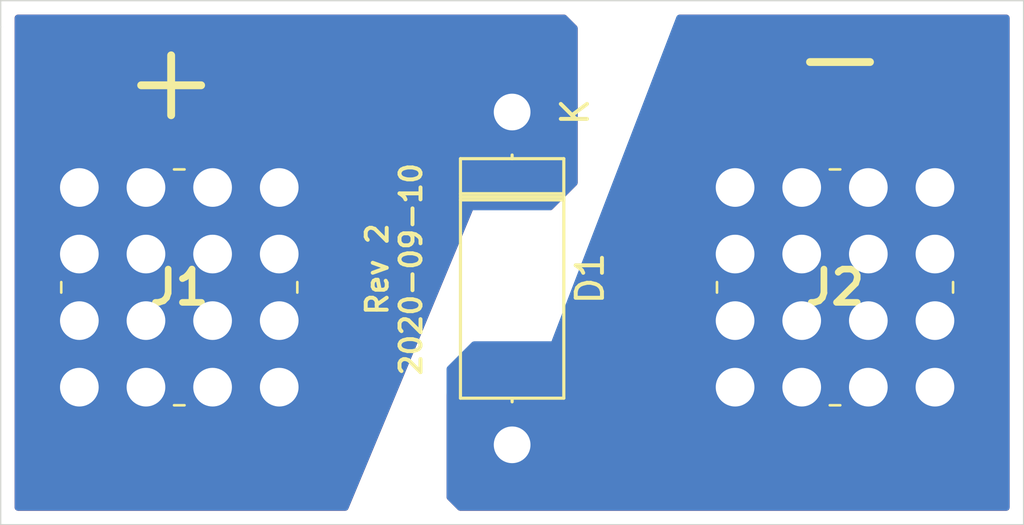
<source format=kicad_pcb>
(kicad_pcb (version 20171130) (host pcbnew "(5.1.6)-1")

  (general
    (thickness 1.6)
    (drawings 9)
    (tracks 0)
    (zones 0)
    (modules 3)
    (nets 3)
  )

  (page A4)
  (layers
    (0 F.Cu signal)
    (31 B.Cu signal)
    (32 B.Adhes user)
    (33 F.Adhes user)
    (34 B.Paste user)
    (35 F.Paste user)
    (36 B.SilkS user)
    (37 F.SilkS user)
    (38 B.Mask user)
    (39 F.Mask user)
    (40 Dwgs.User user)
    (41 Cmts.User user)
    (42 Eco1.User user)
    (43 Eco2.User user)
    (44 Edge.Cuts user)
    (45 Margin user)
    (46 B.CrtYd user)
    (47 F.CrtYd user)
    (48 B.Fab user)
    (49 F.Fab user)
  )

  (setup
    (last_trace_width 0.25)
    (user_trace_width 3)
    (trace_clearance 0.2)
    (zone_clearance 0.508)
    (zone_45_only no)
    (trace_min 0.2)
    (via_size 0.8)
    (via_drill 0.4)
    (via_min_size 0.4)
    (via_min_drill 0.3)
    (uvia_size 0.3)
    (uvia_drill 0.1)
    (uvias_allowed no)
    (uvia_min_size 0.2)
    (uvia_min_drill 0.1)
    (edge_width 0.05)
    (segment_width 0.2)
    (pcb_text_width 0.3)
    (pcb_text_size 1.5 1.5)
    (mod_edge_width 0.12)
    (mod_text_size 1 1)
    (mod_text_width 0.15)
    (pad_size 1.524 1.524)
    (pad_drill 0.762)
    (pad_to_mask_clearance 0.051)
    (solder_mask_min_width 0.25)
    (aux_axis_origin 0 0)
    (visible_elements 7FFFFFFF)
    (pcbplotparams
      (layerselection 0x010fc_ffffffff)
      (usegerberextensions false)
      (usegerberattributes false)
      (usegerberadvancedattributes false)
      (creategerberjobfile false)
      (excludeedgelayer true)
      (linewidth 0.100000)
      (plotframeref false)
      (viasonmask false)
      (mode 1)
      (useauxorigin false)
      (hpglpennumber 1)
      (hpglpenspeed 20)
      (hpglpendiameter 15.000000)
      (psnegative false)
      (psa4output false)
      (plotreference false)
      (plotvalue false)
      (plotinvisibletext false)
      (padsonsilk false)
      (subtractmaskfromsilk false)
      (outputformat 1)
      (mirror false)
      (drillshape 0)
      (scaleselection 1)
      (outputdirectory "../Gerber/"))
  )

  (net 0 "")
  (net 1 +12V)
  (net 2 GND)

  (net_class Default "This is the default net class."
    (clearance 0.2)
    (trace_width 0.25)
    (via_dia 0.8)
    (via_drill 0.4)
    (uvia_dia 0.3)
    (uvia_drill 0.1)
    (add_net +12V)
    (add_net GND)
  )

  (module Diode_THT:D_5W_P12.70mm_Horizontal (layer F.Cu) (tedit 5AE50CD5) (tstamp 5E3ADF30)
    (at 116.5 89.25 270)
    (descr "Diode, 5W series, Axial, Horizontal, pin pitch=12.7mm, , length*diameter=8.9*3.7mm^2, , http://www.diodes.com/_files/packages/8686949.gif")
    (tags "Diode 5W series Axial Horizontal pin pitch 12.7mm  length 8.9mm diameter 3.7mm")
    (path /5E3A9EAB)
    (fp_text reference D1 (at 6.35 -2.97 90) (layer F.SilkS)
      (effects (font (size 1 1) (thickness 0.15)))
    )
    (fp_text value D (at 6.35 2.97 90) (layer F.Fab)
      (effects (font (size 1 1) (thickness 0.15)))
    )
    (fp_line (start 14.35 -2.1) (end -1.65 -2.1) (layer F.CrtYd) (width 0.05))
    (fp_line (start 14.35 2.1) (end 14.35 -2.1) (layer F.CrtYd) (width 0.05))
    (fp_line (start -1.65 2.1) (end 14.35 2.1) (layer F.CrtYd) (width 0.05))
    (fp_line (start -1.65 -2.1) (end -1.65 2.1) (layer F.CrtYd) (width 0.05))
    (fp_line (start 3.115 -1.97) (end 3.115 1.97) (layer F.SilkS) (width 0.12))
    (fp_line (start 3.355 -1.97) (end 3.355 1.97) (layer F.SilkS) (width 0.12))
    (fp_line (start 3.235 -1.97) (end 3.235 1.97) (layer F.SilkS) (width 0.12))
    (fp_line (start 11.06 0) (end 10.92 0) (layer F.SilkS) (width 0.12))
    (fp_line (start 1.64 0) (end 1.78 0) (layer F.SilkS) (width 0.12))
    (fp_line (start 10.92 -1.97) (end 1.78 -1.97) (layer F.SilkS) (width 0.12))
    (fp_line (start 10.92 1.97) (end 10.92 -1.97) (layer F.SilkS) (width 0.12))
    (fp_line (start 1.78 1.97) (end 10.92 1.97) (layer F.SilkS) (width 0.12))
    (fp_line (start 1.78 -1.97) (end 1.78 1.97) (layer F.SilkS) (width 0.12))
    (fp_line (start 3.135 -1.85) (end 3.135 1.85) (layer F.Fab) (width 0.1))
    (fp_line (start 3.335 -1.85) (end 3.335 1.85) (layer F.Fab) (width 0.1))
    (fp_line (start 3.235 -1.85) (end 3.235 1.85) (layer F.Fab) (width 0.1))
    (fp_line (start 12.7 0) (end 10.8 0) (layer F.Fab) (width 0.1))
    (fp_line (start 0 0) (end 1.9 0) (layer F.Fab) (width 0.1))
    (fp_line (start 10.8 -1.85) (end 1.9 -1.85) (layer F.Fab) (width 0.1))
    (fp_line (start 10.8 1.85) (end 10.8 -1.85) (layer F.Fab) (width 0.1))
    (fp_line (start 1.9 1.85) (end 10.8 1.85) (layer F.Fab) (width 0.1))
    (fp_line (start 1.9 -1.85) (end 1.9 1.85) (layer F.Fab) (width 0.1))
    (fp_text user %R (at 7.0175 0 90) (layer F.Fab)
      (effects (font (size 1 1) (thickness 0.15)))
    )
    (fp_text user K (at 0 -2.4 90) (layer F.Fab)
      (effects (font (size 1 1) (thickness 0.15)))
    )
    (fp_text user K (at 0 -2.4 90) (layer F.SilkS)
      (effects (font (size 1 1) (thickness 0.15)))
    )
    (pad 1 thru_hole rect (at 0 0 270) (size 2.8 2.8) (drill 1.4) (layers *.Cu *.Mask)
      (net 1 +12V))
    (pad 2 thru_hole oval (at 12.7 0 270) (size 2.8 2.8) (drill 1.4) (layers *.Cu *.Mask)
      (net 2 GND))
    (model ${KISYS3DMOD}/Diode_THT.3dshapes/D_5W_P12.70mm_Horizontal.wrl
      (at (xyz 0 0 0))
      (scale (xyz 1 1 1))
      (rotate (xyz 0 0 0))
    )
  )

  (module private:M5_7461383 (layer F.Cu) (tedit 5F033250) (tstamp 5F5A24A4)
    (at 100 99.75)
    (descr "WE 7461383-3")
    (tags "Integrated Circuit")
    (path /5F59D332)
    (fp_text reference J1 (at 3.81 -3.81) (layer F.SilkS)
      (effects (font (size 1.27 1.27) (thickness 0.254)))
    )
    (fp_text value M5 (at 3.81 -3.81) (layer F.SilkS) hide
      (effects (font (size 1.27 1.27) (thickness 0.254)))
    )
    (fp_text user %R (at 3.81 -3.81) (layer F.Fab)
      (effects (font (size 1.27 1.27) (thickness 0.254)))
    )
    (fp_line (start -0.69 -8.31) (end 8.31 -8.31) (layer F.Fab) (width 0.2))
    (fp_line (start 8.31 -8.31) (end 8.31 0.69) (layer F.Fab) (width 0.2))
    (fp_line (start 8.31 0.69) (end -0.69 0.69) (layer F.Fab) (width 0.2))
    (fp_line (start -0.69 0.69) (end -0.69 -8.31) (layer F.Fab) (width 0.2))
    (fp_line (start -2.144 -9.764) (end 9.764 -9.764) (layer F.CrtYd) (width 0.1))
    (fp_line (start 9.764 -9.764) (end 9.764 2.144) (layer F.CrtYd) (width 0.1))
    (fp_line (start 9.764 2.144) (end -2.144 2.144) (layer F.CrtYd) (width 0.1))
    (fp_line (start -2.144 2.144) (end -2.144 -9.764) (layer F.CrtYd) (width 0.1))
    (fp_line (start -0.69 -4.01) (end -0.69 -3.61) (layer F.SilkS) (width 0.1))
    (fp_line (start 3.61 0.69) (end 4.01 0.69) (layer F.SilkS) (width 0.1))
    (fp_line (start 8.31 -4.01) (end 8.31 -3.61) (layer F.SilkS) (width 0.1))
    (fp_line (start 3.61 -8.31) (end 4.01 -8.31) (layer F.SilkS) (width 0.1))
    (pad 1 thru_hole circle (at 7.62 -7.62 90) (size 2.2 2.2) (drill 1.475) (layers *.Cu *.Mask)
      (net 1 +12V))
    (pad 1 thru_hole circle (at 5.08 -7.62) (size 2.2 2.2) (drill 1.475) (layers *.Cu *.Mask)
      (net 1 +12V))
    (pad 1 thru_hole circle (at 2.54 -7.62 90) (size 2.2 2.2) (drill 1.475) (layers *.Cu *.Mask)
      (net 1 +12V))
    (pad 1 thru_hole circle (at 0 -7.62) (size 2.2 2.2) (drill 1.475) (layers *.Cu *.Mask)
      (net 1 +12V))
    (pad 1 thru_hole circle (at 7.62 -5.08) (size 2.2 2.2) (drill 1.475) (layers *.Cu *.Mask)
      (net 1 +12V))
    (pad 1 thru_hole circle (at 5.08 -5.08) (size 2.2 2.2) (drill 1.475) (layers *.Cu *.Mask)
      (net 1 +12V))
    (pad 1 thru_hole circle (at 2.54 -5.08) (size 2.2 2.2) (drill 1.475) (layers *.Cu *.Mask)
      (net 1 +12V))
    (pad 1 thru_hole circle (at 0 -5.08) (size 2.2 2.2) (drill 1.475) (layers *.Cu *.Mask)
      (net 1 +12V))
    (pad 1 thru_hole circle (at 7.62 -2.54) (size 2.2 2.2) (drill 1.475) (layers *.Cu *.Mask)
      (net 1 +12V))
    (pad 1 thru_hole circle (at 5.08 -2.54) (size 2.2 2.2) (drill 1.475) (layers *.Cu *.Mask)
      (net 1 +12V))
    (pad 1 thru_hole circle (at 2.54 -2.54) (size 2.2 2.2) (drill 1.475) (layers *.Cu *.Mask)
      (net 1 +12V))
    (pad 1 thru_hole circle (at 0 -2.54) (size 2.2 2.2) (drill 1.475) (layers *.Cu *.Mask)
      (net 1 +12V))
    (pad 1 thru_hole circle (at 7.62 0) (size 2.2 2.2) (drill 1.475) (layers *.Cu *.Mask)
      (net 1 +12V))
    (pad 1 thru_hole circle (at 5.08 0) (size 2.2 2.2) (drill 1.475) (layers *.Cu *.Mask)
      (net 1 +12V))
    (pad 1 thru_hole circle (at 2.54 0) (size 2.2 2.2) (drill 1.475) (layers *.Cu *.Mask)
      (net 1 +12V))
    (pad 1 thru_hole circle (at 0 0) (size 2.2 2.2) (drill 1.475) (layers *.Cu *.Mask)
      (net 1 +12V))
    (model ${PRIVATE_LIB}/packages3d/connectors.3dshapes/M5_7461383_rev1.stp
      (offset (xyz 4 4 0))
      (scale (xyz 1 1 1))
      (rotate (xyz 0 0 0))
    )
  )

  (module private:M5_7461383 (layer F.Cu) (tedit 5F033250) (tstamp 5F5A24C5)
    (at 125 99.75)
    (descr "WE 7461383-3")
    (tags "Integrated Circuit")
    (path /5F59D032)
    (fp_text reference J2 (at 3.81 -3.81) (layer F.SilkS)
      (effects (font (size 1.27 1.27) (thickness 0.254)))
    )
    (fp_text value M5 (at 3.81 -3.81) (layer F.SilkS) hide
      (effects (font (size 1.27 1.27) (thickness 0.254)))
    )
    (fp_line (start 3.61 -8.31) (end 4.01 -8.31) (layer F.SilkS) (width 0.1))
    (fp_line (start 8.31 -4.01) (end 8.31 -3.61) (layer F.SilkS) (width 0.1))
    (fp_line (start 3.61 0.69) (end 4.01 0.69) (layer F.SilkS) (width 0.1))
    (fp_line (start -0.69 -4.01) (end -0.69 -3.61) (layer F.SilkS) (width 0.1))
    (fp_line (start -2.144 2.144) (end -2.144 -9.764) (layer F.CrtYd) (width 0.1))
    (fp_line (start 9.764 2.144) (end -2.144 2.144) (layer F.CrtYd) (width 0.1))
    (fp_line (start 9.764 -9.764) (end 9.764 2.144) (layer F.CrtYd) (width 0.1))
    (fp_line (start -2.144 -9.764) (end 9.764 -9.764) (layer F.CrtYd) (width 0.1))
    (fp_line (start -0.69 0.69) (end -0.69 -8.31) (layer F.Fab) (width 0.2))
    (fp_line (start 8.31 0.69) (end -0.69 0.69) (layer F.Fab) (width 0.2))
    (fp_line (start 8.31 -8.31) (end 8.31 0.69) (layer F.Fab) (width 0.2))
    (fp_line (start -0.69 -8.31) (end 8.31 -8.31) (layer F.Fab) (width 0.2))
    (fp_text user %R (at 3.81 -3.81) (layer F.Fab)
      (effects (font (size 1.27 1.27) (thickness 0.254)))
    )
    (pad 1 thru_hole circle (at 0 0) (size 2.2 2.2) (drill 1.475) (layers *.Cu *.Mask)
      (net 2 GND))
    (pad 1 thru_hole circle (at 2.54 0) (size 2.2 2.2) (drill 1.475) (layers *.Cu *.Mask)
      (net 2 GND))
    (pad 1 thru_hole circle (at 5.08 0) (size 2.2 2.2) (drill 1.475) (layers *.Cu *.Mask)
      (net 2 GND))
    (pad 1 thru_hole circle (at 7.62 0) (size 2.2 2.2) (drill 1.475) (layers *.Cu *.Mask)
      (net 2 GND))
    (pad 1 thru_hole circle (at 0 -2.54) (size 2.2 2.2) (drill 1.475) (layers *.Cu *.Mask)
      (net 2 GND))
    (pad 1 thru_hole circle (at 2.54 -2.54) (size 2.2 2.2) (drill 1.475) (layers *.Cu *.Mask)
      (net 2 GND))
    (pad 1 thru_hole circle (at 5.08 -2.54) (size 2.2 2.2) (drill 1.475) (layers *.Cu *.Mask)
      (net 2 GND))
    (pad 1 thru_hole circle (at 7.62 -2.54) (size 2.2 2.2) (drill 1.475) (layers *.Cu *.Mask)
      (net 2 GND))
    (pad 1 thru_hole circle (at 0 -5.08) (size 2.2 2.2) (drill 1.475) (layers *.Cu *.Mask)
      (net 2 GND))
    (pad 1 thru_hole circle (at 2.54 -5.08) (size 2.2 2.2) (drill 1.475) (layers *.Cu *.Mask)
      (net 2 GND))
    (pad 1 thru_hole circle (at 5.08 -5.08) (size 2.2 2.2) (drill 1.475) (layers *.Cu *.Mask)
      (net 2 GND))
    (pad 1 thru_hole circle (at 7.62 -5.08) (size 2.2 2.2) (drill 1.475) (layers *.Cu *.Mask)
      (net 2 GND))
    (pad 1 thru_hole circle (at 0 -7.62) (size 2.2 2.2) (drill 1.475) (layers *.Cu *.Mask)
      (net 2 GND))
    (pad 1 thru_hole circle (at 2.54 -7.62 90) (size 2.2 2.2) (drill 1.475) (layers *.Cu *.Mask)
      (net 2 GND))
    (pad 1 thru_hole circle (at 5.08 -7.62) (size 2.2 2.2) (drill 1.475) (layers *.Cu *.Mask)
      (net 2 GND))
    (pad 1 thru_hole circle (at 7.62 -7.62 90) (size 2.2 2.2) (drill 1.475) (layers *.Cu *.Mask)
      (net 2 GND))
    (model ${PRIVATE_LIB}/packages3d/connectors.3dshapes/M5_7461383_rev1.stp
      (offset (xyz 4 4 0))
      (scale (xyz 1 1 1))
      (rotate (xyz 0 0 0))
    )
  )

  (gr_line (start 97 85) (end 97 86) (layer Edge.Cuts) (width 0.05) (tstamp 5F5A3765))
  (gr_line (start 136 86) (end 136 85) (layer Edge.Cuts) (width 0.05) (tstamp 5F5A3764))
  (gr_line (start 136 105) (end 97 105) (layer Edge.Cuts) (width 0.05) (tstamp 5F5A36C9))
  (gr_line (start 136 85) (end 97 85) (layer Edge.Cuts) (width 0.05) (tstamp 5F5A36C8))
  (gr_line (start 97 105) (end 97 86) (layer Edge.Cuts) (width 0.05) (tstamp 5F5A2F41))
  (gr_line (start 136 86) (end 136 105) (layer Edge.Cuts) (width 0.05))
  (gr_text "Rev 2\n2020-09-10" (at 112 95.25 90) (layer F.SilkS)
    (effects (font (size 0.8 0.8) (thickness 0.15)))
  )
  (gr_text _ (at 129 89 180) (layer F.SilkS) (tstamp 5DDAB760)
    (effects (font (size 3 3) (thickness 0.3)))
  )
  (gr_text + (at 103.5 88) (layer F.SilkS) (tstamp 5E3AE07C)
    (effects (font (size 3 3) (thickness 0.3)))
  )

  (zone (net 2) (net_name GND) (layer B.Cu) (tstamp 5F5A2FB8) (hatch edge 0.508)
    (connect_pads yes (clearance 0.508))
    (min_thickness 0.254)
    (fill yes (arc_segments 32) (thermal_gap 0.508) (thermal_bridge_width 0.508))
    (polygon
      (pts
        (xy 136 105) (xy 125 105) (xy 115 105) (xy 114 104) (xy 114 99)
        (xy 115 98) (xy 118 98) (xy 123 85) (xy 136 85)
      )
    )
    (filled_polygon
      (pts
        (xy 135.34 85.967582) (xy 135.340001 104.34) (xy 114.519606 104.34) (xy 114.127 103.947394) (xy 114.127 99.052606)
        (xy 115.052606 98.127) (xy 118 98.127) (xy 118.024776 98.12456) (xy 118.048601 98.117333) (xy 118.070557 98.105597)
        (xy 118.089803 98.089803) (xy 118.105597 98.070557) (xy 118.118535 98.04559) (xy 122.882223 85.66) (xy 135.34 85.66)
      )
    )
  )
  (zone (net 2) (net_name GND) (layer F.Cu) (tstamp 5F5A327C) (hatch edge 0.508)
    (connect_pads yes (clearance 0.508))
    (min_thickness 0.254)
    (fill yes (arc_segments 32) (thermal_gap 0.508) (thermal_bridge_width 0.508))
    (polygon
      (pts
        (xy 136 105) (xy 125 105) (xy 115 105) (xy 114 104) (xy 114 100)
        (xy 115 99) (xy 118 99) (xy 123 85) (xy 136 85)
      )
    )
    (filled_polygon
      (pts
        (xy 135.34 85.967582) (xy 135.340001 104.34) (xy 114.519606 104.34) (xy 114.127 103.947394) (xy 114.127 100.052606)
        (xy 115.052606 99.127) (xy 118 99.127) (xy 118.024776 99.12456) (xy 118.048601 99.117333) (xy 118.070557 99.105597)
        (xy 118.089803 99.089803) (xy 118.105597 99.070557) (xy 118.119601 99.042715) (xy 122.899142 85.66) (xy 135.34 85.66)
      )
    )
  )
  (zone (net 1) (net_name +12V) (layer B.Cu) (tstamp 5F5A327C) (hatch edge 0.508)
    (connect_pads yes (clearance 0.508))
    (min_thickness 0.254)
    (fill yes (arc_segments 32) (thermal_gap 0.508) (thermal_bridge_width 0.508))
    (polygon
      (pts
        (xy 97 85) (xy 108 85) (xy 118 85) (xy 119 86) (xy 119 92)
        (xy 118 93) (xy 115 93) (xy 110 105) (xy 97 105)
      )
    )
    (filled_polygon
      (pts
        (xy 118.873 86.052606) (xy 118.873 91.947394) (xy 117.947394 92.873) (xy 115 92.873) (xy 114.975224 92.87544)
        (xy 114.951399 92.882667) (xy 114.929443 92.894403) (xy 114.910197 92.910197) (xy 114.894403 92.929443) (xy 114.882769 92.951154)
        (xy 110.137416 104.34) (xy 97.66 104.34) (xy 97.66 85.66) (xy 118.480394 85.66)
      )
    )
  )
  (zone (net 1) (net_name +12V) (layer F.Cu) (tstamp 5F5A327C) (hatch edge 0.508)
    (connect_pads yes (clearance 0.508))
    (min_thickness 0.254)
    (fill yes (arc_segments 32) (thermal_gap 0.508) (thermal_bridge_width 0.508))
    (polygon
      (pts
        (xy 97 85) (xy 108 85) (xy 118 85) (xy 119 86) (xy 119 92)
        (xy 118 93) (xy 115 93) (xy 110 105) (xy 97 105)
      )
    )
    (filled_polygon
      (pts
        (xy 118.873 86.052606) (xy 118.873 91.947394) (xy 117.947394 92.873) (xy 115 92.873) (xy 114.975224 92.87544)
        (xy 114.951399 92.882667) (xy 114.929443 92.894403) (xy 114.910197 92.910197) (xy 114.894403 92.929443) (xy 114.882769 92.951154)
        (xy 110.137416 104.34) (xy 97.66 104.34) (xy 97.66 85.66) (xy 118.480394 85.66)
      )
    )
  )
)

</source>
